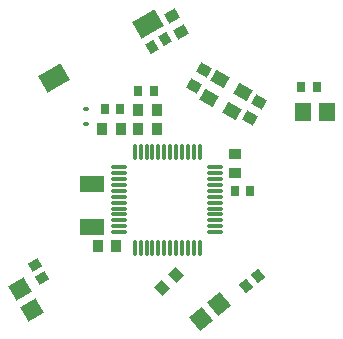
<source format=gtp>
G04*
G04 #@! TF.GenerationSoftware,Altium Limited,Altium Designer,25.1.2 (22)*
G04*
G04 Layer_Color=8421504*
%FSLAX44Y44*%
%MOMM*%
G71*
G04*
G04 #@! TF.SameCoordinates,7166223C-B6ED-409E-8759-D5DD53971EAE*
G04*
G04*
G04 #@! TF.FilePolarity,Positive*
G04*
G01*
G75*
%ADD16R,0.8000X0.9500*%
G04:AMPARAMS|DCode=17|XSize=1.05mm|YSize=0.9mm|CornerRadius=0mm|HoleSize=0mm|Usage=FLASHONLY|Rotation=150.000|XOffset=0mm|YOffset=0mm|HoleType=Round|Shape=Rectangle|*
%AMROTATEDRECTD17*
4,1,4,0.6797,0.1272,0.2297,-0.6522,-0.6797,-0.1272,-0.2297,0.6522,0.6797,0.1272,0.0*
%
%ADD17ROTATEDRECTD17*%

G04:AMPARAMS|DCode=18|XSize=1.05mm|YSize=1.3mm|CornerRadius=0mm|HoleSize=0mm|Usage=FLASHONLY|Rotation=60.000|XOffset=0mm|YOffset=0mm|HoleType=Round|Shape=Rectangle|*
%AMROTATEDRECTD18*
4,1,4,0.3004,-0.7797,-0.8254,-0.1297,-0.3004,0.7797,0.8254,0.1297,0.3004,-0.7797,0.0*
%
%ADD18ROTATEDRECTD18*%

G04:AMPARAMS|DCode=19|XSize=0.95mm|YSize=0.8mm|CornerRadius=0mm|HoleSize=0mm|Usage=FLASHONLY|Rotation=130.000|XOffset=0mm|YOffset=0mm|HoleType=Round|Shape=Rectangle|*
%AMROTATEDRECTD19*
4,1,4,0.6117,-0.1068,-0.0011,-0.6210,-0.6117,0.1068,0.0011,0.6210,0.6117,-0.1068,0.0*
%
%ADD19ROTATEDRECTD19*%

%ADD20R,1.0500X0.9000*%
%ADD21O,1.4000X0.2900*%
%ADD22O,0.2900X1.4000*%
G04:AMPARAMS|DCode=23|XSize=1.05mm|YSize=0.9mm|CornerRadius=0mm|HoleSize=0mm|Usage=FLASHONLY|Rotation=210.000|XOffset=0mm|YOffset=0mm|HoleType=Round|Shape=Rectangle|*
%AMROTATEDRECTD23*
4,1,4,0.2297,0.6522,0.6797,-0.1272,-0.2297,-0.6522,-0.6797,0.1272,0.2297,0.6522,0.0*
%
%ADD23ROTATEDRECTD23*%

%ADD24R,0.9000X1.0500*%
G04:AMPARAMS|DCode=25|XSize=2.18mm|YSize=1.6mm|CornerRadius=0mm|HoleSize=0mm|Usage=FLASHONLY|Rotation=210.000|XOffset=0mm|YOffset=0mm|HoleType=Round|Shape=Rectangle|*
%AMROTATEDRECTD25*
4,1,4,0.5440,1.2378,1.3440,-0.1478,-0.5440,-1.2378,-1.3440,0.1478,0.5440,1.2378,0.0*
%
%ADD25ROTATEDRECTD25*%

%ADD26R,2.0000X1.4000*%
G04:AMPARAMS|DCode=27|XSize=1.05mm|YSize=0.9mm|CornerRadius=0mm|HoleSize=0mm|Usage=FLASHONLY|Rotation=315.000|XOffset=0mm|YOffset=0mm|HoleType=Round|Shape=Rectangle|*
%AMROTATEDRECTD27*
4,1,4,-0.6894,0.0530,-0.0530,0.6894,0.6894,-0.0530,0.0530,-0.6894,-0.6894,0.0530,0.0*
%
%ADD27ROTATEDRECTD27*%

G04:AMPARAMS|DCode=28|XSize=0.95mm|YSize=0.8mm|CornerRadius=0mm|HoleSize=0mm|Usage=FLASHONLY|Rotation=210.000|XOffset=0mm|YOffset=0mm|HoleType=Round|Shape=Rectangle|*
%AMROTATEDRECTD28*
4,1,4,0.2114,0.5839,0.6114,-0.1089,-0.2114,-0.5839,-0.6114,0.1089,0.2114,0.5839,0.0*
%
%ADD28ROTATEDRECTD28*%

G04:AMPARAMS|DCode=29|XSize=1.5mm|YSize=1.4mm|CornerRadius=0mm|HoleSize=0mm|Usage=FLASHONLY|Rotation=130.000|XOffset=0mm|YOffset=0mm|HoleType=Round|Shape=Rectangle|*
%AMROTATEDRECTD29*
4,1,4,1.0183,-0.1246,-0.0541,-1.0245,-1.0183,0.1246,0.0541,1.0245,1.0183,-0.1246,0.0*
%
%ADD29ROTATEDRECTD29*%

%ADD30O,0.5000X0.4000*%
G04:AMPARAMS|DCode=31|XSize=0.95mm|YSize=0.8mm|CornerRadius=0mm|HoleSize=0mm|Usage=FLASHONLY|Rotation=120.000|XOffset=0mm|YOffset=0mm|HoleType=Round|Shape=Rectangle|*
%AMROTATEDRECTD31*
4,1,4,0.5839,-0.2114,-0.1089,-0.6114,-0.5839,0.2114,0.1089,0.6114,0.5839,-0.2114,0.0*
%
%ADD31ROTATEDRECTD31*%

%ADD32R,0.6700X0.9700*%
G04:AMPARAMS|DCode=33|XSize=1.5mm|YSize=1.4mm|CornerRadius=0mm|HoleSize=0mm|Usage=FLASHONLY|Rotation=210.000|XOffset=0mm|YOffset=0mm|HoleType=Round|Shape=Rectangle|*
%AMROTATEDRECTD33*
4,1,4,0.2995,0.9812,0.9995,-0.2312,-0.2995,-0.9812,-0.9995,0.2312,0.2995,0.9812,0.0*
%
%ADD33ROTATEDRECTD33*%

%ADD34R,1.4000X1.5000*%
D16*
X306500Y275000D02*
D03*
X250000Y187500D02*
D03*
X127000Y257000D02*
D03*
X237000Y187500D02*
D03*
X140000Y257000D02*
D03*
X293500Y275000D02*
D03*
D17*
X250000Y249072D02*
D03*
X211000Y289928D02*
D03*
X258000Y262928D02*
D03*
X203000Y276072D02*
D03*
D18*
X235000Y255000D02*
D03*
X224331Y282521D02*
D03*
X244250Y271021D02*
D03*
X215081Y266500D02*
D03*
D19*
X256979Y115178D02*
D03*
X247021Y106822D02*
D03*
D20*
X237000Y203000D02*
D03*
Y219000D02*
D03*
D21*
X220500Y202500D02*
D03*
X139500Y157500D02*
D03*
Y192500D02*
D03*
Y197500D02*
D03*
X220500Y207500D02*
D03*
X139500Y152500D02*
D03*
X220500D02*
D03*
Y197500D02*
D03*
Y192500D02*
D03*
Y187500D02*
D03*
Y182500D02*
D03*
Y177500D02*
D03*
Y172500D02*
D03*
Y167500D02*
D03*
Y162500D02*
D03*
Y157500D02*
D03*
X139500Y162500D02*
D03*
Y167500D02*
D03*
Y172500D02*
D03*
Y177500D02*
D03*
Y182500D02*
D03*
Y187500D02*
D03*
Y202500D02*
D03*
Y207500D02*
D03*
D22*
X202500Y139500D02*
D03*
X172500Y220500D02*
D03*
X207500Y139500D02*
D03*
X182500D02*
D03*
X172500D02*
D03*
X177500D02*
D03*
X197500D02*
D03*
X192500D02*
D03*
X187500D02*
D03*
X167500D02*
D03*
X162500D02*
D03*
X157500D02*
D03*
X152500D02*
D03*
Y220500D02*
D03*
X157500D02*
D03*
X162500D02*
D03*
X167500D02*
D03*
X177500D02*
D03*
X182500D02*
D03*
X187500D02*
D03*
X192500D02*
D03*
X197500D02*
D03*
X202500D02*
D03*
X207500D02*
D03*
D23*
X184000Y335928D02*
D03*
X192000Y322072D02*
D03*
D24*
X171000Y240000D02*
D03*
Y256000D02*
D03*
X125000Y240000D02*
D03*
X121000Y141000D02*
D03*
X137000D02*
D03*
X155000Y256000D02*
D03*
Y240000D02*
D03*
X141000D02*
D03*
D25*
X84163Y283000D02*
D03*
X163837Y329000D02*
D03*
D26*
X116000Y157000D02*
D03*
Y193000D02*
D03*
D27*
X187157Y116407D02*
D03*
X175843Y105093D02*
D03*
D28*
X67750Y124629D02*
D03*
X74250Y113371D02*
D03*
D29*
X208679Y79144D02*
D03*
X224000Y92000D02*
D03*
D30*
X111000Y257000D02*
D03*
Y244000D02*
D03*
D31*
X167113Y309680D02*
D03*
X178371Y316180D02*
D03*
D32*
X168950Y272000D02*
D03*
X155050D02*
D03*
D33*
X65366Y86706D02*
D03*
X55366Y104026D02*
D03*
D34*
X315000Y254000D02*
D03*
X295000Y254000D02*
D03*
M02*

</source>
